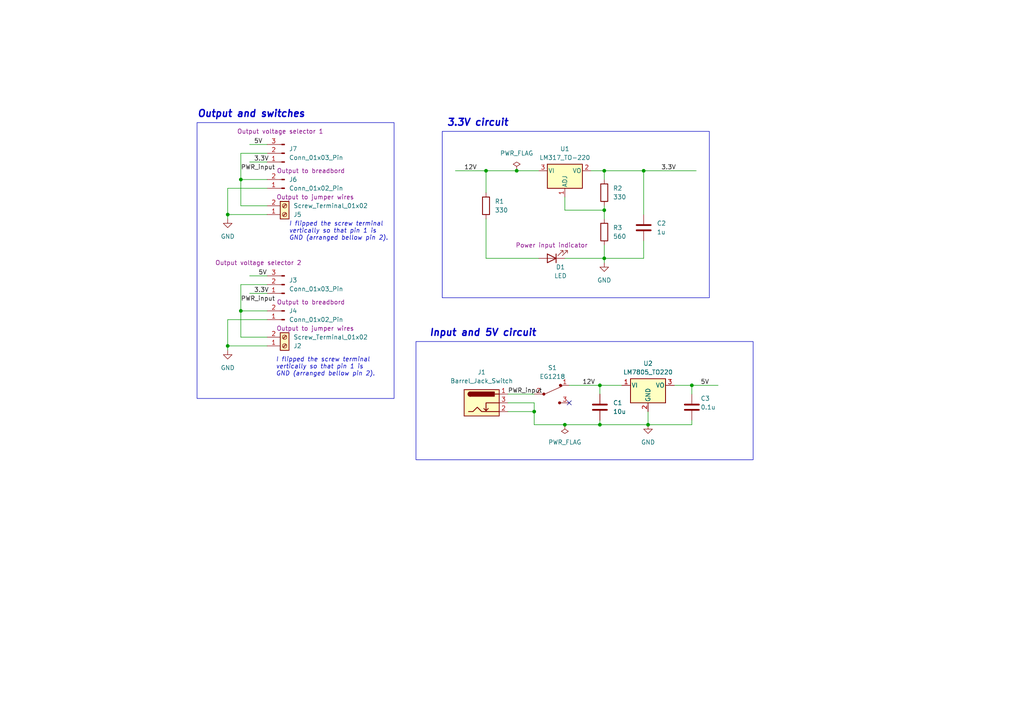
<source format=kicad_sch>
(kicad_sch (version 20230121) (generator eeschema)
  (paper "A4")
  (title_block (title "Power Supply Module") (date "2023-08-24") (rev "1"))
  (lib_symbols
    (symbol "Connector:Barrel_Jack_Switch" (pin_names hide)
      (property "Reference" "J" (at 0 5.334 0))
      (property "Value" "Barrel_Jack_Switch" (at 0 -5.08 0))
      (symbol "Barrel_Jack_Switch_0_1"
        (rectangle (start -5.08 3.81) (end 5.08 -3.81) (stroke (width 0.254)) (fill (type background)))
        (arc (start -3.302 3.175) (mid -3.9343 2.54) (end -3.302 1.905) (stroke (width 0.254)))
        (arc (start -3.302 3.175) (mid -3.9343 2.54) (end -3.302 1.905) (stroke (width 0.254)) (fill (type outline)))
        (polyline (pts (xy 1.27 -2.286) (xy 1.905 -1.651)) (stroke (width 0.254)))
        (polyline (pts (xy 5.08 2.54) (xy 3.81 2.54)) (stroke (width 0.254)))
        (polyline (pts (xy 5.08 0) (xy 1.27 0) (xy 1.27 -2.286) (xy 0.635 -1.651)) (stroke (width 0.254)))
        (polyline (pts (xy -3.81 -2.54) (xy -2.54 -2.54) (xy -1.27 -1.27) (xy 0 -2.54) (xy 2.54 -2.54) (xy 5.08 -2.54)) (stroke (width 0.254)))
        (rectangle (start 3.683 3.175) (end -3.302 1.905) (stroke (width 0.254)) (fill (type outline)))
      )
      (symbol "Barrel_Jack_Switch_1_1"
        (pin passive line (at 7.62 2.54 180) (length 2.54) (name "~") (number "1"))
        (pin passive line (at 7.62 -2.54 180) (length 2.54) (name "~") (number "2"))
        (pin passive line (at 7.62 0 180) (length 2.54) (name "~") (number "3"))
      )
    )
    (symbol "Connector:Conn_01x02_Pin" (pin_names (offset 1.016) hide)
      (property "Reference" "J" (at 0 2.54 0))
      (property "Value" "Conn_01x02_Pin" (at 0 -5.08 0))
      (symbol "Conn_01x02_Pin_1_1"
        (polyline (pts (xy 1.27 -2.54) (xy 0.8636 -2.54)) (stroke (width 0.1524)))
        (polyline (pts (xy 1.27 0) (xy 0.8636 0)) (stroke (width 0.1524)))
        (rectangle (start 0.8636 -2.413) (end 0 -2.667) (stroke (width 0.1524)) (fill (type outline)))
        (rectangle (start 0.8636 0.127) (end 0 -0.127) (stroke (width 0.1524)) (fill (type outline)))
        (pin passive line (at 5.08 0 180) (length 3.81) (name "Pin_1") (number "1"))
        (pin passive line (at 5.08 -2.54 180) (length 3.81) (name "Pin_2") (number "2"))
      )
    )
    (symbol "Connector:Conn_01x03_Pin" (pin_names (offset 1.016) hide)
      (property "Reference" "J" (at 0 5.08 0))
      (property "Value" "Conn_01x03_Pin" (at 0 -5.08 0))
      (symbol "Conn_01x03_Pin_1_1"
        (polyline (pts (xy 1.27 -2.54) (xy 0.8636 -2.54)) (stroke (width 0.1524)))
        (polyline (pts (xy 1.27 0) (xy 0.8636 0)) (stroke (width 0.1524)))
        (polyline (pts (xy 1.27 2.54) (xy 0.8636 2.54)) (stroke (width 0.1524)))
        (rectangle (start 0.8636 -2.413) (end 0 -2.667) (stroke (width 0.1524)) (fill (type outline)))
        (rectangle (start 0.8636 0.127) (end 0 -0.127) (stroke (width 0.1524)) (fill (type outline)))
        (rectangle (start 0.8636 2.667) (end 0 2.413) (stroke (width 0.1524)) (fill (type outline)))
        (pin passive line (at 5.08 2.54 180) (length 3.81) (name "Pin_1") (number "1"))
        (pin passive line (at 5.08 0 180) (length 3.81) (name "Pin_2") (number "2"))
        (pin passive line (at 5.08 -2.54 180) (length 3.81) (name "Pin_3") (number "3"))
      )
    )
    (symbol "Connector:Screw_Terminal_01x02" (pin_names (offset 1.016) hide)
      (property "Reference" "J" (at 0 2.54 0))
      (property "Value" "Screw_Terminal_01x02" (at 0 -5.08 0))
      (symbol "Screw_Terminal_01x02_1_1"
        (rectangle (start -1.27 1.27) (end 1.27 -3.81) (stroke (width 0.254)) (fill (type background)))
        (circle (center 0 -2.54) (radius 0.635) (stroke (width 0.1524)))
        (polyline (pts (xy -0.5334 -2.2098) (xy 0.3302 -3.048)) (stroke (width 0.1524)))
        (polyline (pts (xy -0.5334 0.3302) (xy 0.3302 -0.508)) (stroke (width 0.1524)))
        (polyline (pts (xy -0.3556 -2.032) (xy 0.508 -2.8702)) (stroke (width 0.1524)))
        (polyline (pts (xy -0.3556 0.508) (xy 0.508 -0.3302)) (stroke (width 0.1524)))
        (circle (center 0 0) (radius 0.635) (stroke (width 0.1524)))
        (pin passive line (at -5.08 0 0) (length 3.81) (name "Pin_1") (number "1"))
        (pin passive line (at -5.08 -2.54 0) (length 3.81) (name "Pin_2") (number "2"))
      )
    )
    (symbol "Device:C" (pin_numbers hide) (pin_names (offset 0.254))
      (property "Reference" "C" (at 0.635 2.54 0))
      (property "Value" "C" (at 0.635 -2.54 0))
      (symbol "C_0_1"
        (polyline (pts (xy -2.032 -0.762) (xy 2.032 -0.762)) (stroke (width 0.508)))
        (polyline (pts (xy -2.032 0.762) (xy 2.032 0.762)) (stroke (width 0.508)))
      )
      (symbol "C_1_1"
        (pin passive line (at 0 3.81 270) (length 2.794) (name "~") (number "1"))
        (pin passive line (at 0 -3.81 90) (length 2.794) (name "~") (number "2"))
      )
    )
    (symbol "Device:LED" (pin_numbers hide) (pin_names (offset 1.016) hide)
      (property "Reference" "D" (at 0 2.54 0))
      (property "Value" "LED" (at 0 -2.54 0))
      (symbol "LED_0_1"
        (polyline (pts (xy -1.27 -1.27) (xy -1.27 1.27)) (stroke (width 0.254)))
        (polyline (pts (xy -1.27 0) (xy 1.27 0)))
        (polyline (pts (xy 1.27 -1.27) (xy 1.27 1.27) (xy -1.27 0) (xy 1.27 -1.27)) (stroke (width 0.254)))
        (polyline (pts (xy -3.048 -0.762) (xy -4.572 -2.286) (xy -3.81 -2.286) (xy -4.572 -2.286) (xy -4.572 -1.524)))
        (polyline (pts (xy -1.778 -0.762) (xy -3.302 -2.286) (xy -2.54 -2.286) (xy -3.302 -2.286) (xy -3.302 -1.524)))
      )
      (symbol "LED_1_1"
        (pin passive line (at -3.81 0 0) (length 2.54) (name "K") (number "1"))
        (pin passive line (at 3.81 0 180) (length 2.54) (name "A") (number "2"))
      )
    )
    (symbol "Device:R" (pin_numbers hide) (pin_names (offset 0))
      (property "Reference" "R" (at 2.032 0 90))
      (property "Value" "R" (at 0 0 90))
      (symbol "R_0_1"
        (rectangle (start -1.016 -2.54) (end 1.016 2.54) (stroke (width 0.254)))
      )
      (symbol "R_1_1"
        (pin passive line (at 0 3.81 270) (length 1.27) (name "~") (number "1"))
        (pin passive line (at 0 -3.81 90) (length 1.27) (name "~") (number "2"))
      )
    )
    (symbol "Regulator_Linear:LM317_TO-220" (pin_names (offset 0.254))
      (property "Reference" "U" (at -3.81 3.175 0))
      (property "Value" "LM317_TO-220" (at 0 3.175 0))
      (symbol "LM317_TO-220_0_1"
        (rectangle (start -5.08 1.905) (end 5.08 -5.08) (stroke (width 0.254)) (fill (type background)))
      )
      (symbol "LM317_TO-220_1_1"
        (pin input line (at 0 -7.62 90) (length 2.54) (name "ADJ") (number "1"))
        (pin power_out line (at 7.62 0 180) (length 2.54) (name "VO") (number "2"))
        (pin power_in line (at -7.62 0 0) (length 2.54) (name "VI") (number "3"))
      )
    )
    (symbol "Regulator_Linear:LM7805_TO220" (pin_names (offset 0.254))
      (property "Reference" "U" (at -3.81 3.175 0))
      (property "Value" "LM7805_TO220" (at 0 3.175 0))
      (symbol "LM7805_TO220_0_1"
        (rectangle (start -5.08 1.905) (end 5.08 -5.08) (stroke (width 0.254)) (fill (type background)))
      )
      (symbol "LM7805_TO220_1_1"
        (pin power_in line (at -7.62 0 0) (length 2.54) (name "VI") (number "1"))
        (pin power_in line (at 0 -7.62 90) (length 2.54) (name "GND") (number "2"))
        (pin power_out line (at 7.62 0 180) (length 2.54) (name "VO") (number "3"))
      )
    )
    (symbol "dk_Slide-Switches:EG1218" (pin_names (offset 0))
      (property "Reference" "S" (at -3.81 2.286 0))
      (property "Value" "EG1218" (at 0 -5.334 0))
      (symbol "EG1218_0_1"
        (circle (center -2.286 0) (radius 0.3556) (fill (type outline)))
        (polyline (pts (xy -2.032 0) (xy 3.048 2.286)))
        (circle (center 2.286 -2.54) (radius 0.3556) (fill (type outline)))
        (circle (center 2.54 2.54) (radius 0.3556) (fill (type outline)))
      )
      (symbol "EG1218_1_1"
        (pin passive line (at 5.08 2.54 180) (length 2.54) (name "~") (number "1"))
        (pin passive line (at -5.08 0 0) (length 2.54) (name "~") (number "2"))
        (pin passive line (at 5.08 -2.54 180) (length 2.54) (name "~") (number "3"))
      )
    )
    (symbol "power:GND" (power) (pin_names (offset 0))
      (property "Value" "GND" (at 0 -3.81 0))
      (symbol "GND_0_1"
        (polyline (pts (xy 0 0) (xy 0 -1.27) (xy 1.27 -1.27) (xy 0 -2.54) (xy -1.27 -1.27) (xy 0 -1.27)))
      )
      (symbol "GND_1_1"
        (pin power_in line (at 0 0 270) (length 0) hide (name "GND") (number "1"))
      )
    )
    (symbol "power:PWR_FLAG" (power) (pin_numbers hide) (pin_names (offset 0) hide)
      (property "Value" "PWR_FLAG" (at 0 3.81 0))
      (symbol "PWR_FLAG_0_0"
        (pin power_out line (at 0 0 90) (length 0) (name "pwr") (number "1"))
      )
      (symbol "PWR_FLAG_0_1"
        (polyline (pts (xy 0 0) (xy 0 1.27) (xy -1.016 1.905) (xy 0 2.54) (xy 1.016 1.905) (xy 0 1.27)))
      )
    )
  )
  (junction (at 140.97 49.53))
  (junction (at 175.26 74.93))
  (junction (at 69.85 90.17))
  (junction (at 187.96 123.19))
  (junction (at 69.85 52.07))
  (junction (at 154.94 119.38))
  (junction (at 149.86 49.53))
  (junction (at 175.26 49.53))
  (junction (at 173.99 123.19))
  (junction (at 163.83 123.19))
  (junction (at 175.26 60.96))
  (junction (at 66.04 62.23))
  (junction (at 200.66 111.76))
  (junction (at 186.69 49.53))
  (junction (at 173.99 111.76))
  (junction (at 66.04 100.33))
  (no_connect (at 165.1 116.84))
  (wire (pts (xy 72.39 41.91) (xy 77.47 41.91)))
  (wire (pts (xy 154.94 119.38) (xy 154.94 123.19)))
  (wire (pts (xy 156.21 74.93) (xy 140.97 74.93)))
  (wire (pts (xy 140.97 74.93) (xy 140.97 63.5)))
  (wire (pts (xy 175.26 59.69) (xy 175.26 60.96)))
  (wire (pts (xy 147.32 114.3) (xy 154.94 114.3)))
  (wire (pts (xy 69.85 82.55) (xy 69.85 90.17)))
  (wire (pts (xy 186.69 74.93) (xy 175.26 74.93)))
  (wire (pts (xy 200.66 123.19) (xy 187.96 123.19)))
  (wire (pts (xy 140.97 49.53) (xy 149.86 49.53)))
  (wire (pts (xy 175.26 60.96) (xy 175.26 63.5)))
  (wire (pts (xy 163.83 123.19) (xy 173.99 123.19)))
  (wire (pts (xy 77.47 100.33) (xy 66.04 100.33)))
  (wire (pts (xy 72.39 85.09) (xy 77.47 85.09)))
  (wire (pts (xy 72.39 80.01) (xy 77.47 80.01)))
  (wire (pts (xy 77.47 54.61) (xy 66.04 54.61)))
  (wire (pts (xy 66.04 92.71) (xy 66.04 100.33)))
  (wire (pts (xy 171.45 49.53) (xy 175.26 49.53)))
  (wire (pts (xy 69.85 90.17) (xy 77.47 90.17)))
  (wire (pts (xy 175.26 49.53) (xy 175.26 52.07)))
  (wire (pts (xy 175.26 71.12) (xy 175.26 74.93)))
  (wire (pts (xy 147.32 116.84) (xy 154.94 116.84)))
  (wire (pts (xy 173.99 111.76) (xy 180.34 111.76)))
  (wire (pts (xy 149.86 49.53) (xy 156.21 49.53)))
  (wire (pts (xy 163.83 57.15) (xy 163.83 60.96)))
  (wire (pts (xy 66.04 54.61) (xy 66.04 62.23)))
  (wire (pts (xy 69.85 52.07) (xy 77.47 52.07)))
  (wire (pts (xy 66.04 100.33) (xy 66.04 101.6)))
  (wire (pts (xy 147.32 119.38) (xy 154.94 119.38)))
  (wire (pts (xy 154.94 116.84) (xy 154.94 119.38)))
  (wire (pts (xy 66.04 92.71) (xy 77.47 92.71)))
  (wire (pts (xy 69.85 44.45) (xy 69.85 52.07)))
  (wire (pts (xy 72.39 46.99) (xy 77.47 46.99)))
  (wire (pts (xy 77.47 82.55) (xy 69.85 82.55)))
  (wire (pts (xy 77.47 59.69) (xy 69.85 59.69)))
  (wire (pts (xy 173.99 121.92) (xy 173.99 123.19)))
  (wire (pts (xy 186.69 49.53) (xy 201.93 49.53)))
  (wire (pts (xy 175.26 74.93) (xy 175.26 76.2)))
  (wire (pts (xy 154.94 123.19) (xy 163.83 123.19)))
  (wire (pts (xy 200.66 111.76) (xy 200.66 114.3)))
  (wire (pts (xy 163.83 74.93) (xy 175.26 74.93)))
  (wire (pts (xy 186.69 69.85) (xy 186.69 74.93)))
  (wire (pts (xy 165.1 111.76) (xy 173.99 111.76)))
  (wire (pts (xy 186.69 49.53) (xy 175.26 49.53)))
  (wire (pts (xy 132.08 49.53) (xy 140.97 49.53)))
  (wire (pts (xy 66.04 62.23) (xy 77.47 62.23)))
  (wire (pts (xy 200.66 121.92) (xy 200.66 123.19)))
  (wire (pts (xy 173.99 111.76) (xy 173.99 114.3)))
  (wire (pts (xy 77.47 44.45) (xy 69.85 44.45)))
  (wire (pts (xy 186.69 62.23) (xy 186.69 49.53)))
  (wire (pts (xy 163.83 60.96) (xy 175.26 60.96)))
  (wire (pts (xy 69.85 59.69) (xy 69.85 52.07)))
  (wire (pts (xy 77.47 97.79) (xy 69.85 97.79)))
  (wire (pts (xy 66.04 62.23) (xy 66.04 63.5)))
  (wire (pts (xy 140.97 49.53) (xy 140.97 55.88)))
  (wire (pts (xy 187.96 119.38) (xy 187.96 123.19)))
  (wire (pts (xy 200.66 111.76) (xy 208.28 111.76)))
  (wire (pts (xy 195.58 111.76) (xy 200.66 111.76)))
  (wire (pts (xy 173.99 123.19) (xy 187.96 123.19)))
  (wire (pts (xy 69.85 97.79) (xy 69.85 90.17)))
  (rectangle (start 128.27 38.1) (end 205.74 86.36))
  (rectangle (start 57.15 35.56) (end 114.3 115.57))
  (rectangle (start 120.65 99.06) (end 218.44 133.35))
  (text "Input and 5V circuit" (at 124.46 97.79 0) (effects (font (size 2 2) (thickness 0.4) bold italic) (justify left bottom)))
  (text "Output and switches" (at 57.15 34.29 0) (effects (font (size 2 2) bold italic) (justify left bottom)))
  (text "3.3V circuit" (at 129.54 36.83 0) (effects (font (size 2 2) (thickness 0.4) bold italic) (justify left bottom)))
  (text "I flipped the screw terminal \nvertically so that pin 1 is \nGND (arranged bellow pin 2)." (at 83.82 69.85 0) (effects (font (size 1.27 1.27) italic) (justify left bottom)))
  (text "I flipped the screw terminal \nvertically so that pin 1 is \nGND (arranged bellow pin 2)." (at 80.01 109.22 0) (effects (font (size 1.27 1.27) italic) (justify left bottom)))
  (label "3.3V" (at 73.66 85.09 0))
  (label "12V" (at 168.91 111.76 0))
  (label "PWR_input" (at 147.32 114.3 0))
  (label "PWR_input" (at 69.85 87.63 0))
  (label "PWR_input" (at 69.85 49.53 0))
  (label "5V" (at 74.93 80.01 0))
  (label "3.3V" (at 73.66 46.99 0))
  (label "5V" (at 203.2 111.76 0))
  (label "5V" (at 73.66 41.91 0))
  (label "3.3V" (at 191.77 49.53 0))
  (label "12V" (at 134.62 49.53 0))
  (symbol (lib_id "power:GND") (at 66.04 101.6 0) (unit 1)
    (property "Reference" "#PWR04" (effects hide))
    (property "Value" "GND" (at 66.04 106.68 0))
  )
  (symbol (lib_id "power:PWR_FLAG") (at 163.83 123.19 180) (unit 1)
    (property "Reference" "#FLG01" (effects hide))
    (property "Value" "PWR_FLAG" (at 163.83 128.27 0))
  )
  (symbol (lib_id "dk_Slide-Switches:EG1218") (at 160.02 114.3 0) (unit 1)
    (property "Reference" "S1" (at 160.2232 106.68 0))
    (property "Value" "EG1218" (at 160.2232 109.22 0))
    (property "Footprint" "digikey-footprints:Switch_Slide_11.6x4mm_EG1218" (effects hide))
    (property "Datasheet" "http://spec_sheets.e-switch.com/specs/P040040.pdf" (effects hide))
    (property "Digi-Key_PN" "EG1903-ND" (effects hide))
    (property "MPN" "EG1218" (effects hide))
    (property "Category" "Switches" (effects hide))
    (property "Family" "Slide Switches" (effects hide))
    (property "DK_Datasheet_Link" "http://spec_sheets.e-switch.com/specs/P040040.pdf" (effects hide))
    (property "DK_Detail_Page" "/product-detail/en/e-switch/EG1218/EG1903-ND/101726" (effects hide))
    (property "Description" "SWITCH SLIDE SPDT 200MA 30V" (effects hide))
    (property "Manufacturer" "E-Switch" (effects hide))
    (property "Status" "Active" (effects hide))
  )
  (symbol (lib_id "power:GND") (at 187.96 123.19 0) (unit 1)
    (property "Reference" "#PWR01" (effects hide))
    (property "Value" "GND" (at 187.96 128.27 0))
  )
  (symbol (lib_id "power:GND") (at 175.26 76.2 0) (unit 1)
    (property "Reference" "#PWR02" (effects hide))
    (property "Value" "GND" (at 175.26 81.28 0))
  )
  (symbol (lib_id "Connector:Conn_01x02_Pin") (at 82.55 92.71 180) (unit 1)
    (property "Reference" "J4" (at 83.82 90.17 0) (effects (justify right)))
    (property "Value" "Conn_01x02_Pin" (at 83.82 92.71 0) (effects (justify right)))
    (property "Footprint" "Connector_PinHeader_2.54mm:PinHeader_1x02_P2.54mm_Vertical" (effects hide))
    (property "Purpose" "Output to breadbord" (at 90.17 87.63 0))
  )
  (symbol (lib_id "Connector:Conn_01x02_Pin") (at 82.55 54.61 180) (unit 1)
    (property "Reference" "J6" (at 83.82 52.07 0) (effects (justify right)))
    (property "Value" "Conn_01x02_Pin" (at 83.82 54.61 0) (effects (justify right)))
    (property "Footprint" "Connector_PinHeader_2.54mm:PinHeader_1x02_P2.54mm_Vertical" (effects hide))
    (property "Purpose" "Output to breadbord" (at 90.17 49.53 0))
  )
  (symbol (lib_id "Device:C") (at 186.69 66.04 0) (unit 1)
    (property "Reference" "C2" (at 190.5 64.77 0) (effects (justify left)))
    (property "Value" "1u" (at 190.5 67.31 0) (effects (justify left)))
    (property "Footprint" "Capacitor_THT:C_Disc_D3.0mm_W1.6mm_P2.50mm" (effects hide))
  )
  (symbol (lib_id "Regulator_Linear:LM317_TO-220") (at 163.83 49.53 0) (unit 1)
    (property "Reference" "U1" (at 163.83 43.18 0))
    (property "Value" "LM317_TO-220" (at 163.83 45.72 0))
    (property "Footprint" "Package_TO_SOT_THT:TO-220-3_Vertical" (effects hide))
    (property "Datasheet" "http://www.ti.com/lit/ds/symlink/lm317.pdf" (effects hide))
  )
  (symbol (lib_id "Connector:Barrel_Jack_Switch") (at 139.7 116.84 0) (unit 1)
    (property "Reference" "J1" (at 139.7 107.95 0))
    (property "Value" "Barrel_Jack_Switch" (at 139.7 110.49 0))
    (property "Footprint" "Connector_BarrelJack:BarrelJack_Horizontal" (effects hide))
  )
  (symbol (lib_id "Regulator_Linear:LM7805_TO220") (at 187.96 111.76 0) (unit 1)
    (property "Reference" "U2" (at 187.96 105.41 0))
    (property "Value" "LM7805_TO220" (at 187.96 107.95 0))
    (property "Footprint" "Package_TO_SOT_THT:TO-220-3_Vertical" (effects hide))
    (property "Datasheet" "https://www.onsemi.cn/PowerSolutions/document/MC7800-D.PDF" (effects hide))
  )
  (symbol (lib_id "power:PWR_FLAG") (at 149.86 49.53 0) (unit 1)
    (property "Reference" "#FLG02" (effects hide))
    (property "Value" "PWR_FLAG" (at 149.86 44.45 0))
  )
  (symbol (lib_id "Device:LED") (at 160.02 74.93 180) (unit 1)
    (property "Reference" "D1" (at 162.56 77.47 0))
    (property "Value" "LED" (at 162.56 80.01 0))
    (property "Footprint" "LED_THT:LED_D5.0mm" (effects hide))
    (property "Purpose" "Power input indicator" (at 160.02 71.12 0))
  )
  (symbol (lib_id "Connector:Screw_Terminal_01x02") (at 82.55 62.23 0) (mirror x) (unit 1)
    (property "Reference" "J5" (at 85.09 62.23 0) (effects (justify left)))
    (property "Value" "Screw_Terminal_01x02" (at 85.09 59.69 0) (effects (justify left)))
    (property "Footprint" "TerminalBlock:TerminalBlock_bornier-2_P5.08mm" (effects hide))
    (property "Purpose" "Output to jumper wires" (at 91.44 57.15 0))
  )
  (symbol (lib_id "Connector:Conn_01x03_Pin") (at 82.55 82.55 180) (unit 1)
    (property "Reference" "J3" (at 83.82 81.28 0) (effects (justify right)))
    (property "Value" "Conn_01x03_Pin" (at 83.82 83.82 0) (effects (justify right)))
    (property "Footprint" "Connector_PinHeader_2.54mm:PinHeader_1x03_P2.54mm_Vertical" (effects hide))
    (property "Purpose" "Output voltage selector 2" (at 74.93 76.2 0))
  )
  (symbol (lib_id "Device:R") (at 140.97 59.69 180) (unit 1)
    (property "Reference" "R1" (at 143.51 58.42 0) (effects (justify right)))
    (property "Value" "330" (at 143.51 60.96 0) (effects (justify right)))
    (property "Footprint" "Resistor_THT:R_Axial_DIN0204_L3.6mm_D1.6mm_P7.62mm_Horizontal" (effects hide))
  )
  (symbol (lib_id "Device:C") (at 173.99 118.11 0) (unit 1)
    (property "Reference" "C1" (at 177.8 116.84 0) (effects (justify left)))
    (property "Value" "10u" (at 177.8 119.38 0) (effects (justify left)))
    (property "Footprint" "Capacitor_THT:C_Disc_D3.0mm_W1.6mm_P2.50mm" (effects hide))
  )
  (symbol (lib_id "Connector:Conn_01x03_Pin") (at 82.55 44.45 180) (unit 1)
    (property "Reference" "J7" (at 83.82 43.18 0) (effects (justify right)))
    (property "Value" "Conn_01x03_Pin" (at 83.82 45.72 0) (effects (justify right)))
    (property "Footprint" "Connector_PinHeader_2.54mm:PinHeader_1x03_P2.54mm_Vertical" (effects hide))
    (property "Purpose" "Output voltage selector 1" (at 81.28 38.1 0))
  )
  (symbol (lib_id "Connector:Screw_Terminal_01x02") (at 82.55 100.33 0) (mirror x) (unit 1)
    (property "Reference" "J2" (at 85.09 100.33 0) (effects (justify left)))
    (property "Value" "Screw_Terminal_01x02" (at 85.09 97.79 0) (effects (justify left)))
    (property "Footprint" "TerminalBlock:TerminalBlock_bornier-2_P5.08mm" (effects hide))
    (property "Purpose" "Output to jumper wires" (at 91.44 95.25 0))
  )
  (symbol (lib_id "Device:R") (at 175.26 67.31 180) (unit 1)
    (property "Reference" "R3" (at 177.8 66.04 0) (effects (justify right)))
    (property "Value" "560" (at 177.8 68.58 0) (effects (justify right)))
    (property "Footprint" "Resistor_THT:R_Axial_DIN0204_L3.6mm_D1.6mm_P7.62mm_Horizontal" (effects hide))
  )
  (symbol (lib_id "Device:R") (at 175.26 55.88 180) (unit 1)
    (property "Reference" "R2" (at 177.8 54.61 0) (effects (justify right)))
    (property "Value" "330" (at 177.8 57.15 0) (effects (justify right)))
    (property "Footprint" "Resistor_THT:R_Axial_DIN0204_L3.6mm_D1.6mm_P7.62mm_Horizontal" (effects hide))
  )
  (symbol (lib_id "Device:C") (at 200.66 118.11 0) (unit 1)
    (property "Reference" "C3" (at 203.2 115.57 0) (effects (justify left)))
    (property "Value" "0.1u" (at 203.2 118.11 0) (effects (justify left)))
    (property "Footprint" "Capacitor_THT:C_Disc_D3.0mm_W1.6mm_P2.50mm" (effects hide))
  )
  (symbol (lib_id "power:GND") (at 66.04 63.5 0) (unit 1)
    (property "Reference" "#PWR03" (effects hide))
    (property "Value" "GND" (at 66.04 68.58 0))
  )
)
</source>
